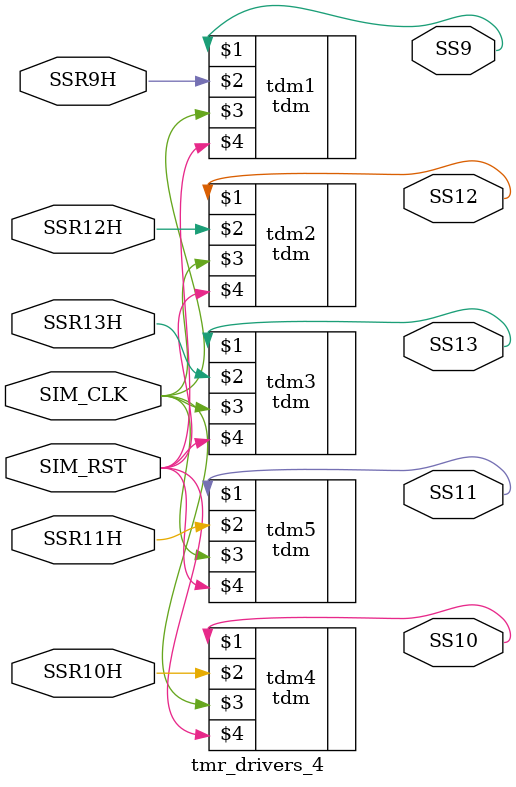
<source format=v>
`timescale 1ns/1ps
`default_nettype none

module tmr_drivers_4(
    input wire SIM_CLK,
    input wire SIM_RST,

    input wire SSR9H,
    input wire SSR10H,
    input wire SSR11H,
    input wire SSR12H,
    input wire SSR13H,

    output wire SS9,
    output wire SS10,
    output wire SS11,
    output wire SS12,
    output wire SS13
);

// 10-50
tdm tdm1(SS9, SSR9H, SIM_CLK, SIM_RST);
tdm tdm2(SS12, SSR12H, SIM_CLK, SIM_RST);
tdm tdm3(SS13, SSR13H, SIM_CLK, SIM_RST);
tdm tdm4(SS10, SSR10H, SIM_CLK, SIM_RST);
tdm tdm5(SS11, SSR11H, SIM_CLK, SIM_RST);

endmodule
`default_nettype wire

</source>
